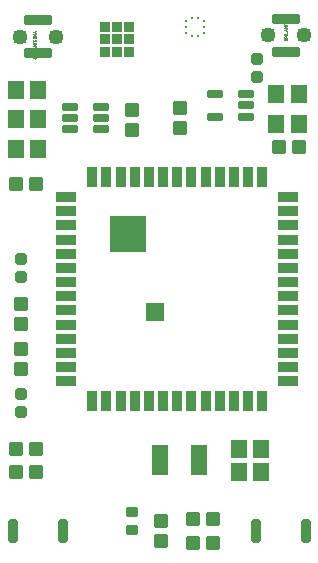
<source format=gbr>
%TF.GenerationSoftware,KiCad,Pcbnew,7.0.8*%
%TF.CreationDate,2023-10-19T11:53:08-06:00*%
%TF.ProjectId,air_station_1v5,6169725f-7374-4617-9469-6f6e5f317635,rev?*%
%TF.SameCoordinates,Original*%
%TF.FileFunction,Soldermask,Top*%
%TF.FilePolarity,Negative*%
%FSLAX46Y46*%
G04 Gerber Fmt 4.6, Leading zero omitted, Abs format (unit mm)*
G04 Created by KiCad (PCBNEW 7.0.8) date 2023-10-19 11:53:08*
%MOMM*%
%LPD*%
G01*
G04 APERTURE LIST*
G04 Aperture macros list*
%AMRoundRect*
0 Rectangle with rounded corners*
0 $1 Rounding radius*
0 $2 $3 $4 $5 $6 $7 $8 $9 X,Y pos of 4 corners*
0 Add a 4 corners polygon primitive as box body*
4,1,4,$2,$3,$4,$5,$6,$7,$8,$9,$2,$3,0*
0 Add four circle primitives for the rounded corners*
1,1,$1+$1,$2,$3*
1,1,$1+$1,$4,$5*
1,1,$1+$1,$6,$7*
1,1,$1+$1,$8,$9*
0 Add four rect primitives between the rounded corners*
20,1,$1+$1,$2,$3,$4,$5,0*
20,1,$1+$1,$4,$5,$6,$7,0*
20,1,$1+$1,$6,$7,$8,$9,0*
20,1,$1+$1,$8,$9,$2,$3,0*%
G04 Aperture macros list end*
%ADD10C,0.025400*%
%ADD11RoundRect,0.050800X-0.400000X-0.375000X0.400000X-0.375000X0.400000X0.375000X-0.400000X0.375000X0*%
%ADD12RoundRect,0.050800X0.537500X0.500000X-0.537500X0.500000X-0.537500X-0.500000X0.537500X-0.500000X0*%
%ADD13RoundRect,0.304800X0.254000X0.254000X-0.254000X0.254000X-0.254000X-0.254000X0.254000X-0.254000X0*%
%ADD14RoundRect,0.241300X-0.952500X-0.190500X0.952500X-0.190500X0.952500X0.190500X-0.952500X0.190500X0*%
%ADD15RoundRect,0.050800X0.500000X-0.537500X0.500000X0.537500X-0.500000X0.537500X-0.500000X-0.537500X0*%
%ADD16RoundRect,0.050800X-0.500000X0.537500X-0.500000X-0.537500X0.500000X-0.537500X0.500000X0.537500X0*%
%ADD17RoundRect,0.200000X0.200000X0.800000X-0.200000X0.800000X-0.200000X-0.800000X0.200000X-0.800000X0*%
%ADD18RoundRect,0.050800X-0.620000X-0.750000X0.620000X-0.750000X0.620000X0.750000X-0.620000X0.750000X0*%
%ADD19RoundRect,0.050800X-0.537500X-0.500000X0.537500X-0.500000X0.537500X0.500000X-0.537500X0.500000X0*%
%ADD20RoundRect,0.050800X0.600000X-0.275000X0.600000X0.275000X-0.600000X0.275000X-0.600000X-0.275000X0*%
%ADD21RoundRect,0.161925X-0.333375X0.333375X-0.333375X-0.333375X0.333375X-0.333375X0.333375X0.333375X0*%
%ADD22RoundRect,0.050800X0.620000X0.750000X-0.620000X0.750000X-0.620000X-0.750000X0.620000X-0.750000X0*%
%ADD23RoundRect,0.050800X0.600000X-1.250000X0.600000X1.250000X-0.600000X1.250000X-0.600000X-1.250000X0*%
%ADD24R,0.254000X0.279400*%
%ADD25R,0.279400X0.254000*%
%ADD26RoundRect,0.304800X-0.254000X-0.254000X0.254000X-0.254000X0.254000X0.254000X-0.254000X0.254000X0*%
%ADD27RoundRect,0.241300X0.952500X0.190500X-0.952500X0.190500X-0.952500X-0.190500X0.952500X-0.190500X0*%
%ADD28RoundRect,0.050800X-0.800000X-0.400000X0.800000X-0.400000X0.800000X0.400000X-0.800000X0.400000X0*%
%ADD29RoundRect,0.050800X0.400000X-0.800000X0.400000X0.800000X-0.400000X0.800000X-0.400000X-0.800000X0*%
%ADD30RoundRect,0.050800X-1.500000X-1.500000X1.500000X-1.500000X1.500000X1.500000X-1.500000X1.500000X0*%
%ADD31RoundRect,0.050800X-0.750000X-0.750000X0.750000X-0.750000X0.750000X0.750000X-0.750000X0.750000X0*%
%ADD32RoundRect,0.161925X0.333375X-0.333375X0.333375X0.333375X-0.333375X0.333375X-0.333375X-0.333375X0*%
%ADD33RoundRect,0.146050X-0.349250X0.285750X-0.349250X-0.285750X0.349250X-0.285750X0.349250X0.285750X0*%
G04 APERTURE END LIST*
D10*
X99879988Y-56317118D02*
X99869102Y-56338890D01*
X99869102Y-56338890D02*
X99869102Y-56371547D01*
X99869102Y-56371547D02*
X99879988Y-56404204D01*
X99879988Y-56404204D02*
X99901759Y-56425975D01*
X99901759Y-56425975D02*
X99923531Y-56436861D01*
X99923531Y-56436861D02*
X99967074Y-56447747D01*
X99967074Y-56447747D02*
X99999731Y-56447747D01*
X99999731Y-56447747D02*
X100043274Y-56436861D01*
X100043274Y-56436861D02*
X100065045Y-56425975D01*
X100065045Y-56425975D02*
X100086817Y-56404204D01*
X100086817Y-56404204D02*
X100097702Y-56371547D01*
X100097702Y-56371547D02*
X100097702Y-56349775D01*
X100097702Y-56349775D02*
X100086817Y-56317118D01*
X100086817Y-56317118D02*
X100075931Y-56306232D01*
X100075931Y-56306232D02*
X99999731Y-56306232D01*
X99999731Y-56306232D02*
X99999731Y-56349775D01*
X100097702Y-56208261D02*
X99869102Y-56208261D01*
X99869102Y-56208261D02*
X99869102Y-56121175D01*
X99869102Y-56121175D02*
X99879988Y-56099404D01*
X99879988Y-56099404D02*
X99890874Y-56088518D01*
X99890874Y-56088518D02*
X99912645Y-56077632D01*
X99912645Y-56077632D02*
X99945302Y-56077632D01*
X99945302Y-56077632D02*
X99967074Y-56088518D01*
X99967074Y-56088518D02*
X99977959Y-56099404D01*
X99977959Y-56099404D02*
X99988845Y-56121175D01*
X99988845Y-56121175D02*
X99988845Y-56208261D01*
X100086817Y-55990547D02*
X100097702Y-55957890D01*
X100097702Y-55957890D02*
X100097702Y-55903461D01*
X100097702Y-55903461D02*
X100086817Y-55881690D01*
X100086817Y-55881690D02*
X100075931Y-55870804D01*
X100075931Y-55870804D02*
X100054159Y-55859918D01*
X100054159Y-55859918D02*
X100032388Y-55859918D01*
X100032388Y-55859918D02*
X100010617Y-55870804D01*
X100010617Y-55870804D02*
X99999731Y-55881690D01*
X99999731Y-55881690D02*
X99988845Y-55903461D01*
X99988845Y-55903461D02*
X99977959Y-55947004D01*
X99977959Y-55947004D02*
X99967074Y-55968775D01*
X99967074Y-55968775D02*
X99956188Y-55979661D01*
X99956188Y-55979661D02*
X99934417Y-55990547D01*
X99934417Y-55990547D02*
X99912645Y-55990547D01*
X99912645Y-55990547D02*
X99890874Y-55979661D01*
X99890874Y-55979661D02*
X99879988Y-55968775D01*
X99879988Y-55968775D02*
X99869102Y-55947004D01*
X99869102Y-55947004D02*
X99869102Y-55892575D01*
X99869102Y-55892575D02*
X99879988Y-55859918D01*
X100119474Y-55816376D02*
X100119474Y-55642204D01*
X100032388Y-55598662D02*
X100032388Y-55489805D01*
X100097702Y-55620433D02*
X99869102Y-55544233D01*
X99869102Y-55544233D02*
X100097702Y-55468033D01*
X100097702Y-55391833D02*
X99869102Y-55391833D01*
X99869102Y-55391833D02*
X100097702Y-55261204D01*
X100097702Y-55261204D02*
X99869102Y-55261204D01*
X99869102Y-55185004D02*
X99869102Y-55054376D01*
X100097702Y-55119690D02*
X99869102Y-55119690D01*
X99977959Y-54978176D02*
X99977959Y-54901976D01*
X100097702Y-54869319D02*
X100097702Y-54978176D01*
X100097702Y-54978176D02*
X99869102Y-54978176D01*
X99869102Y-54978176D02*
X99869102Y-54869319D01*
X100097702Y-54771347D02*
X99869102Y-54771347D01*
X99869102Y-54771347D02*
X100097702Y-54640718D01*
X100097702Y-54640718D02*
X99869102Y-54640718D01*
X100097702Y-54531861D02*
X99869102Y-54531861D01*
X99869102Y-54531861D02*
X100097702Y-54401232D01*
X100097702Y-54401232D02*
X99869102Y-54401232D01*
X100032388Y-54303261D02*
X100032388Y-54194404D01*
X100097702Y-54325032D02*
X99869102Y-54248832D01*
X99869102Y-54248832D02*
X100097702Y-54172632D01*
X78625988Y-57849266D02*
X78615102Y-57871038D01*
X78615102Y-57871038D02*
X78615102Y-57903695D01*
X78615102Y-57903695D02*
X78625988Y-57936352D01*
X78625988Y-57936352D02*
X78647759Y-57958123D01*
X78647759Y-57958123D02*
X78669531Y-57969009D01*
X78669531Y-57969009D02*
X78713074Y-57979895D01*
X78713074Y-57979895D02*
X78745731Y-57979895D01*
X78745731Y-57979895D02*
X78789274Y-57969009D01*
X78789274Y-57969009D02*
X78811045Y-57958123D01*
X78811045Y-57958123D02*
X78832817Y-57936352D01*
X78832817Y-57936352D02*
X78843702Y-57903695D01*
X78843702Y-57903695D02*
X78843702Y-57881923D01*
X78843702Y-57881923D02*
X78832817Y-57849266D01*
X78832817Y-57849266D02*
X78821931Y-57838380D01*
X78821931Y-57838380D02*
X78745731Y-57838380D01*
X78745731Y-57838380D02*
X78745731Y-57881923D01*
X78832817Y-57751295D02*
X78843702Y-57718638D01*
X78843702Y-57718638D02*
X78843702Y-57664209D01*
X78843702Y-57664209D02*
X78832817Y-57642438D01*
X78832817Y-57642438D02*
X78821931Y-57631552D01*
X78821931Y-57631552D02*
X78800159Y-57620666D01*
X78800159Y-57620666D02*
X78778388Y-57620666D01*
X78778388Y-57620666D02*
X78756617Y-57631552D01*
X78756617Y-57631552D02*
X78745731Y-57642438D01*
X78745731Y-57642438D02*
X78734845Y-57664209D01*
X78734845Y-57664209D02*
X78723959Y-57707752D01*
X78723959Y-57707752D02*
X78713074Y-57729523D01*
X78713074Y-57729523D02*
X78702188Y-57740409D01*
X78702188Y-57740409D02*
X78680417Y-57751295D01*
X78680417Y-57751295D02*
X78658645Y-57751295D01*
X78658645Y-57751295D02*
X78636874Y-57740409D01*
X78636874Y-57740409D02*
X78625988Y-57729523D01*
X78625988Y-57729523D02*
X78615102Y-57707752D01*
X78615102Y-57707752D02*
X78615102Y-57653323D01*
X78615102Y-57653323D02*
X78625988Y-57620666D01*
X78843702Y-57522695D02*
X78615102Y-57522695D01*
X78615102Y-57522695D02*
X78778388Y-57446495D01*
X78778388Y-57446495D02*
X78615102Y-57370295D01*
X78615102Y-57370295D02*
X78843702Y-57370295D01*
X78865474Y-57315867D02*
X78865474Y-57141695D01*
X78778388Y-57098153D02*
X78778388Y-56989296D01*
X78843702Y-57119924D02*
X78615102Y-57043724D01*
X78615102Y-57043724D02*
X78843702Y-56967524D01*
X78843702Y-56891324D02*
X78615102Y-56891324D01*
X78615102Y-56891324D02*
X78843702Y-56760695D01*
X78843702Y-56760695D02*
X78615102Y-56760695D01*
X78615102Y-56684495D02*
X78615102Y-56553867D01*
X78843702Y-56619181D02*
X78615102Y-56619181D01*
X78723959Y-56477667D02*
X78723959Y-56401467D01*
X78843702Y-56368810D02*
X78843702Y-56477667D01*
X78843702Y-56477667D02*
X78615102Y-56477667D01*
X78615102Y-56477667D02*
X78615102Y-56368810D01*
X78843702Y-56270838D02*
X78615102Y-56270838D01*
X78615102Y-56270838D02*
X78843702Y-56140209D01*
X78843702Y-56140209D02*
X78615102Y-56140209D01*
X78843702Y-56031352D02*
X78615102Y-56031352D01*
X78615102Y-56031352D02*
X78843702Y-55900723D01*
X78843702Y-55900723D02*
X78615102Y-55900723D01*
X78778388Y-55802752D02*
X78778388Y-55693895D01*
X78843702Y-55824523D02*
X78615102Y-55748323D01*
X78615102Y-55748323D02*
X78843702Y-55672123D01*
D11*
%TO.C,X1*%
X84641000Y-55304000D03*
X84641000Y-56354000D03*
X84641000Y-57404000D03*
X85691000Y-57404000D03*
X86741000Y-57404000D03*
X86741000Y-56354000D03*
X86741000Y-55304000D03*
X85691000Y-55304000D03*
X85691000Y-56354000D03*
%TD*%
D12*
%TO.C,R4*%
X78850000Y-93000000D03*
X77150000Y-93000000D03*
%TD*%
D13*
%TO.C,GPS_ANTENNA*%
X98476000Y-56000000D03*
D14*
X100000000Y-54603000D03*
X100000000Y-57397000D03*
D13*
X101524000Y-56000000D03*
%TD*%
D15*
%TO.C,R6*%
X77597000Y-80479000D03*
X77597000Y-78779000D03*
%TD*%
D16*
%TO.C,R10*%
X87000000Y-62300000D03*
X87000000Y-64000000D03*
%TD*%
D15*
%TO.C,C5*%
X89408000Y-98806000D03*
X89408000Y-97106000D03*
%TD*%
D17*
%TO.C,SW_RST1*%
X81100000Y-98000000D03*
X76900000Y-98000000D03*
%TD*%
D18*
%TO.C,C12*%
X99192000Y-60985392D03*
X101092000Y-60985392D03*
%TD*%
D19*
%TO.C,R3*%
X77150000Y-91000000D03*
X78850000Y-91000000D03*
%TD*%
D16*
%TO.C,R9*%
X91000000Y-62150000D03*
X91000000Y-63850000D03*
%TD*%
D20*
%TO.C,U7*%
X84300000Y-63950000D03*
X84300000Y-63000000D03*
X84300000Y-62050000D03*
X81700000Y-62050000D03*
X81700000Y-63000000D03*
X81700000Y-63950000D03*
%TD*%
D16*
%TO.C,R5*%
X77597000Y-82589000D03*
X77597000Y-84289000D03*
%TD*%
D21*
%TO.C,D2*%
X77597000Y-74930000D03*
X77597000Y-76454000D03*
%TD*%
D20*
%TO.C,U9*%
X96600200Y-62900000D03*
X96600200Y-61950000D03*
X96600200Y-61000000D03*
X94000000Y-61000000D03*
X94000000Y-62900000D03*
%TD*%
D22*
%TO.C,C9*%
X79000000Y-63130000D03*
X77100000Y-63130000D03*
%TD*%
D12*
%TO.C,C11*%
X78850000Y-68570000D03*
X77150000Y-68570000D03*
%TD*%
%TO.C,R1*%
X93850000Y-97000000D03*
X92150000Y-97000000D03*
%TD*%
D19*
%TO.C,C14*%
X99402000Y-65425392D03*
X101102000Y-65425392D03*
%TD*%
D22*
%TO.C,C10*%
X79000000Y-65630000D03*
X77100000Y-65630000D03*
%TD*%
D23*
%TO.C,C3*%
X92650000Y-92000000D03*
X89350000Y-92000000D03*
%TD*%
D22*
%TO.C,C2*%
X97900000Y-93000000D03*
X96000000Y-93000000D03*
%TD*%
D19*
%TO.C,R2*%
X92150000Y-99000000D03*
X93850000Y-99000000D03*
%TD*%
D22*
%TO.C,C8*%
X79000000Y-60630000D03*
X77100000Y-60630000D03*
%TD*%
D21*
%TO.C,L2*%
X97536000Y-58039000D03*
X97536000Y-59563000D03*
%TD*%
D18*
%TO.C,C13*%
X99192000Y-63485392D03*
X101092000Y-63485392D03*
%TD*%
D24*
%TO.C,U5*%
X92584585Y-54575172D03*
X92084585Y-54575172D03*
D25*
X91572585Y-54837173D03*
X91572585Y-55337172D03*
X91572585Y-55837171D03*
D24*
X92084585Y-56099172D03*
X92584585Y-56099172D03*
D25*
X93096585Y-55837171D03*
X93096585Y-55337172D03*
X93096585Y-54837173D03*
%TD*%
D26*
%TO.C,GSM_ANTENNA*%
X80524000Y-56141642D03*
D27*
X79000000Y-57538642D03*
X79000000Y-54744642D03*
D26*
X77476000Y-56141642D03*
%TD*%
D28*
%TO.C,U1*%
X81400000Y-69700000D03*
X81400000Y-70900000D03*
X81400000Y-72100000D03*
X81400000Y-73300000D03*
X81400000Y-74500000D03*
X81400000Y-75700000D03*
X81400000Y-76900000D03*
X81400000Y-78100000D03*
X81400000Y-79300000D03*
X81400000Y-80500000D03*
X81400000Y-81700000D03*
X81400000Y-82900000D03*
X81400000Y-84100000D03*
X81400000Y-85300000D03*
D29*
X83600000Y-87000000D03*
X84800000Y-87000000D03*
X86000000Y-87000000D03*
X87200000Y-87000000D03*
X88400000Y-87000000D03*
X89600000Y-87000000D03*
X90800000Y-87000000D03*
X92000000Y-87000000D03*
X93200000Y-87000000D03*
X94400000Y-87000000D03*
X95600000Y-87000000D03*
X96800000Y-87000000D03*
X98000000Y-87000000D03*
D28*
X100200000Y-85300000D03*
X100200000Y-84100000D03*
X100200000Y-82900000D03*
X100200000Y-81700000D03*
X100200000Y-80500000D03*
X100200000Y-79300000D03*
X100200000Y-78100000D03*
X100200000Y-76900000D03*
X100200000Y-75700000D03*
X100200000Y-74500000D03*
X100200000Y-73300000D03*
X100200000Y-72100000D03*
X100200000Y-70900000D03*
X100200000Y-69700000D03*
D29*
X98000000Y-68000000D03*
X96800000Y-68000000D03*
X95600000Y-68000000D03*
X94400000Y-68000000D03*
X93200000Y-68000000D03*
X92000000Y-68000000D03*
X90800000Y-68000000D03*
X89600000Y-68000000D03*
X88400000Y-68000000D03*
X87200000Y-68000000D03*
X86000000Y-68000000D03*
X84800000Y-68000000D03*
X83600000Y-68000000D03*
D30*
X86600000Y-72800000D03*
D31*
X88900000Y-79400000D03*
%TD*%
D22*
%TO.C,C1*%
X97900000Y-91000000D03*
X96000000Y-91000000D03*
%TD*%
D17*
%TO.C,SW_POW1*%
X101669479Y-98000000D03*
X97469479Y-98000000D03*
%TD*%
D32*
%TO.C,D1*%
X77597000Y-87884000D03*
X77597000Y-86360000D03*
%TD*%
D33*
%TO.C,CHG*%
X86995000Y-96393000D03*
X86995000Y-97917000D03*
%TD*%
M02*

</source>
